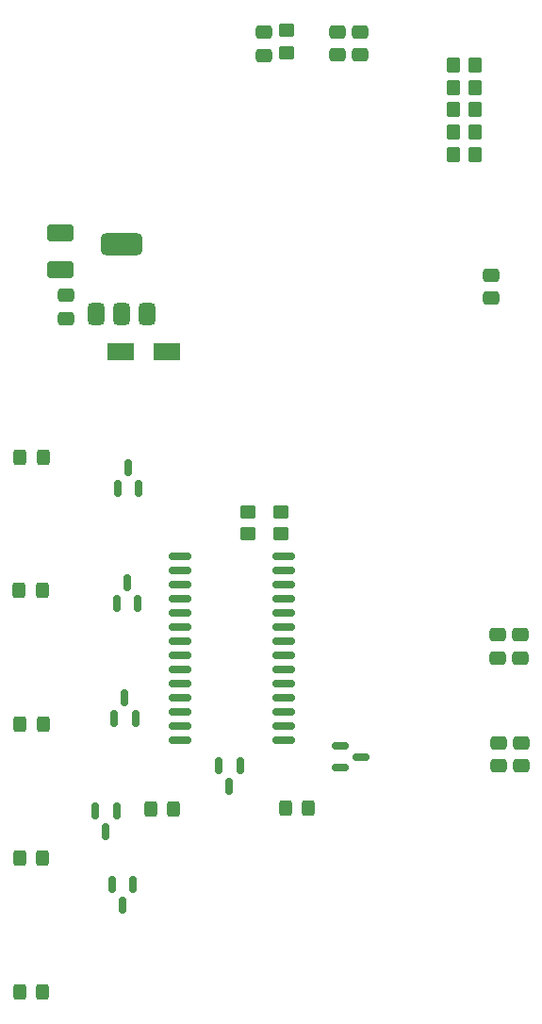
<source format=gbr>
%TF.GenerationSoftware,KiCad,Pcbnew,9.0.0*%
%TF.CreationDate,2025-03-11T10:11:04+01:00*%
%TF.ProjectId,PCB_Watersysteem,5043425f-5761-4746-9572-737973746565,rev?*%
%TF.SameCoordinates,Original*%
%TF.FileFunction,Paste,Bot*%
%TF.FilePolarity,Positive*%
%FSLAX46Y46*%
G04 Gerber Fmt 4.6, Leading zero omitted, Abs format (unit mm)*
G04 Created by KiCad (PCBNEW 9.0.0) date 2025-03-11 10:11:04*
%MOMM*%
%LPD*%
G01*
G04 APERTURE LIST*
G04 Aperture macros list*
%AMRoundRect*
0 Rectangle with rounded corners*
0 $1 Rounding radius*
0 $2 $3 $4 $5 $6 $7 $8 $9 X,Y pos of 4 corners*
0 Add a 4 corners polygon primitive as box body*
4,1,4,$2,$3,$4,$5,$6,$7,$8,$9,$2,$3,0*
0 Add four circle primitives for the rounded corners*
1,1,$1+$1,$2,$3*
1,1,$1+$1,$4,$5*
1,1,$1+$1,$6,$7*
1,1,$1+$1,$8,$9*
0 Add four rect primitives between the rounded corners*
20,1,$1+$1,$2,$3,$4,$5,0*
20,1,$1+$1,$4,$5,$6,$7,0*
20,1,$1+$1,$6,$7,$8,$9,0*
20,1,$1+$1,$8,$9,$2,$3,0*%
G04 Aperture macros list end*
%ADD10RoundRect,0.250000X-0.325000X-0.450000X0.325000X-0.450000X0.325000X0.450000X-0.325000X0.450000X0*%
%ADD11RoundRect,0.250000X0.350000X0.450000X-0.350000X0.450000X-0.350000X-0.450000X0.350000X-0.450000X0*%
%ADD12RoundRect,0.150000X0.150000X-0.587500X0.150000X0.587500X-0.150000X0.587500X-0.150000X-0.587500X0*%
%ADD13RoundRect,0.250000X-0.475000X0.337500X-0.475000X-0.337500X0.475000X-0.337500X0.475000X0.337500X0*%
%ADD14RoundRect,0.250000X0.475000X-0.337500X0.475000X0.337500X-0.475000X0.337500X-0.475000X-0.337500X0*%
%ADD15RoundRect,0.250000X-0.350000X-0.450000X0.350000X-0.450000X0.350000X0.450000X-0.350000X0.450000X0*%
%ADD16RoundRect,0.150000X-0.150000X0.587500X-0.150000X-0.587500X0.150000X-0.587500X0.150000X0.587500X0*%
%ADD17RoundRect,0.150000X0.875000X0.150000X-0.875000X0.150000X-0.875000X-0.150000X0.875000X-0.150000X0*%
%ADD18RoundRect,0.250001X-0.924999X0.499999X-0.924999X-0.499999X0.924999X-0.499999X0.924999X0.499999X0*%
%ADD19RoundRect,0.250000X0.450000X-0.350000X0.450000X0.350000X-0.450000X0.350000X-0.450000X-0.350000X0*%
%ADD20RoundRect,0.150000X-0.587500X-0.150000X0.587500X-0.150000X0.587500X0.150000X-0.587500X0.150000X0*%
%ADD21RoundRect,0.250000X-0.450000X0.350000X-0.450000X-0.350000X0.450000X-0.350000X0.450000X0.350000X0*%
%ADD22RoundRect,0.375000X0.375000X-0.625000X0.375000X0.625000X-0.375000X0.625000X-0.375000X-0.625000X0*%
%ADD23RoundRect,0.500000X1.400000X-0.500000X1.400000X0.500000X-1.400000X0.500000X-1.400000X-0.500000X0*%
%ADD24R,2.400000X1.550000*%
G04 APERTURE END LIST*
D10*
%TO.C,D10*%
X65887600Y-138506200D03*
X67937600Y-138506200D03*
%TD*%
%TO.C,D9*%
X65878600Y-126492000D03*
X67928600Y-126492000D03*
%TD*%
%TO.C,D8*%
X77638800Y-122072400D03*
X79688800Y-122072400D03*
%TD*%
%TO.C,D7*%
X89729200Y-121996200D03*
X91779200Y-121996200D03*
%TD*%
%TO.C,D6*%
X65904000Y-114503200D03*
X67954000Y-114503200D03*
%TD*%
%TO.C,D5*%
X65827800Y-102463600D03*
X67877800Y-102463600D03*
%TD*%
%TO.C,D4*%
X65904000Y-90551000D03*
X67954000Y-90551000D03*
%TD*%
D11*
%TO.C,R13*%
X106800000Y-63300000D03*
X104800000Y-63300000D03*
%TD*%
D12*
%TO.C,Q1*%
X76550000Y-93337500D03*
X74650000Y-93337500D03*
X75600000Y-91462500D03*
%TD*%
D13*
%TO.C,C14*%
X108900000Y-116162500D03*
X108900000Y-118237500D03*
%TD*%
%TO.C,C13*%
X110900000Y-116162500D03*
X110900000Y-118237500D03*
%TD*%
D12*
%TO.C,Q3*%
X76250000Y-114000000D03*
X74350000Y-114000000D03*
X75300000Y-112125000D03*
%TD*%
D14*
%TO.C,C12*%
X108800000Y-108537500D03*
X108800000Y-106462500D03*
%TD*%
D15*
%TO.C,R11*%
X104800000Y-59300000D03*
X106800000Y-59300000D03*
%TD*%
D16*
%TO.C,Q6*%
X72650000Y-122262500D03*
X74550000Y-122262500D03*
X73600000Y-124137500D03*
%TD*%
D17*
%TO.C,U5*%
X89600000Y-99370000D03*
X89600000Y-100640000D03*
X89600000Y-101910000D03*
X89600000Y-103180000D03*
X89600000Y-104450000D03*
X89600000Y-105720000D03*
X89600000Y-106990000D03*
X89600000Y-108260000D03*
X89600000Y-109530000D03*
X89600000Y-110800000D03*
X89600000Y-112070000D03*
X89600000Y-113340000D03*
X89600000Y-114610000D03*
X89600000Y-115880000D03*
X80300000Y-115880000D03*
X80300000Y-114610000D03*
X80300000Y-113340000D03*
X80300000Y-112070000D03*
X80300000Y-110800000D03*
X80300000Y-109530000D03*
X80300000Y-108260000D03*
X80300000Y-106990000D03*
X80300000Y-105720000D03*
X80300000Y-104450000D03*
X80300000Y-103180000D03*
X80300000Y-101910000D03*
X80300000Y-100640000D03*
X80300000Y-99370000D03*
%TD*%
D18*
%TO.C,C8*%
X69500000Y-70375000D03*
X69500000Y-73625000D03*
%TD*%
D14*
%TO.C,C11*%
X110800000Y-108537500D03*
X110800000Y-106462500D03*
%TD*%
D19*
%TO.C,R9*%
X89800000Y-54200000D03*
X89800000Y-52200000D03*
%TD*%
D20*
%TO.C,Q4*%
X94662500Y-118350000D03*
X94662500Y-116450000D03*
X96537500Y-117400000D03*
%TD*%
D15*
%TO.C,R10*%
X104800000Y-57300000D03*
X106800000Y-57300000D03*
%TD*%
%TO.C,R12*%
X104800000Y-61300000D03*
X106800000Y-61300000D03*
%TD*%
D13*
%TO.C,C10*%
X108200000Y-74162500D03*
X108200000Y-76237500D03*
%TD*%
%TO.C,C6*%
X94400000Y-52325000D03*
X94400000Y-54400000D03*
%TD*%
D21*
%TO.C,R15*%
X86400000Y-95400000D03*
X86400000Y-97400000D03*
%TD*%
D14*
%TO.C,C9*%
X70000000Y-78037500D03*
X70000000Y-75962500D03*
%TD*%
D13*
%TO.C,C5*%
X96398000Y-52325000D03*
X96398000Y-54400000D03*
%TD*%
D12*
%TO.C,Q2*%
X76450000Y-103637500D03*
X74550000Y-103637500D03*
X75500000Y-101762500D03*
%TD*%
D22*
%TO.C,U4*%
X77300000Y-77650000D03*
X75000000Y-77650000D03*
D23*
X75000000Y-71350000D03*
D22*
X72700000Y-77650000D03*
%TD*%
D16*
%TO.C,Q5*%
X83750000Y-118225000D03*
X85650000Y-118225000D03*
X84700000Y-120100000D03*
%TD*%
D14*
%TO.C,C7*%
X87800000Y-54437500D03*
X87800000Y-52362500D03*
%TD*%
D15*
%TO.C,R8*%
X104800000Y-55300000D03*
X106800000Y-55300000D03*
%TD*%
D24*
%TO.C,D3*%
X74900000Y-81000000D03*
X79100000Y-81000000D03*
%TD*%
D16*
%TO.C,Q7*%
X74150000Y-128862500D03*
X76050000Y-128862500D03*
X75100000Y-130737500D03*
%TD*%
D21*
%TO.C,R14*%
X89300000Y-95400000D03*
X89300000Y-97400000D03*
%TD*%
M02*

</source>
